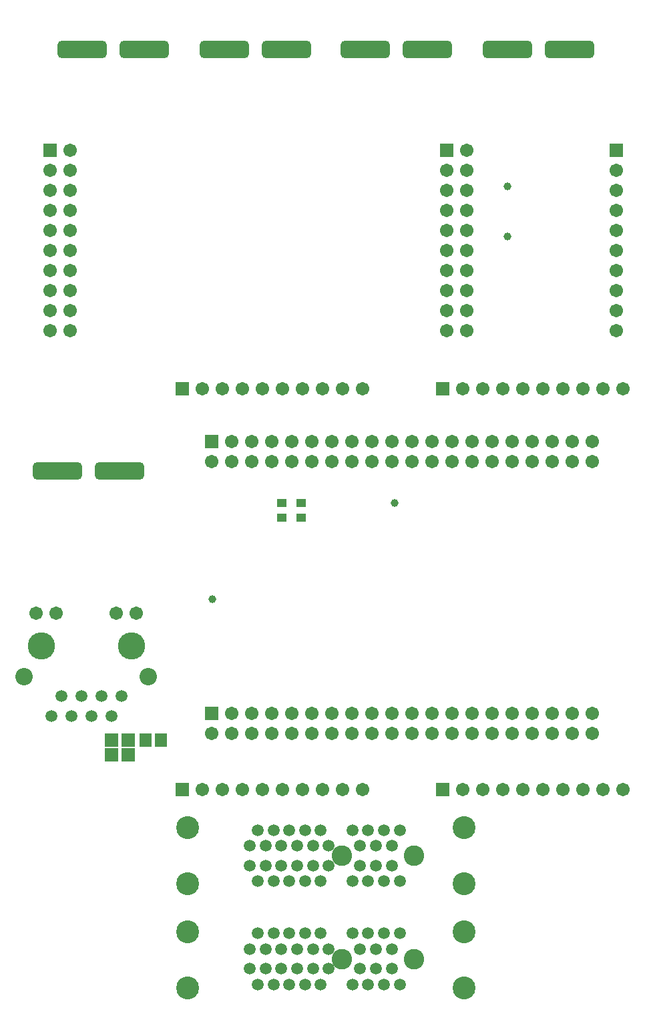
<source format=gts>
G04*
G04 #@! TF.GenerationSoftware,Altium Limited,Altium Designer,20.1.12 (249)*
G04*
G04 Layer_Color=8388736*
%FSLAX25Y25*%
%MOIN*%
G70*
G04*
G04 #@! TF.SameCoordinates,38A4389A-7558-4E28-873A-C6C5AD051B8D*
G04*
G04*
G04 #@! TF.FilePolarity,Negative*
G04*
G01*
G75*
%ADD14R,0.04540X0.04343*%
%ADD15R,0.06706X0.06509*%
%ADD16R,0.05997X0.06666*%
%ADD17C,0.06706*%
%ADD18R,0.06706X0.06706*%
G04:AMPARAMS|DCode=19|XSize=248mil|YSize=88mil|CornerRadius=24mil|HoleSize=0mil|Usage=FLASHONLY|Rotation=180.000|XOffset=0mil|YOffset=0mil|HoleType=Round|Shape=RoundedRectangle|*
%AMROUNDEDRECTD19*
21,1,0.24800,0.04000,0,0,180.0*
21,1,0.20000,0.08800,0,0,180.0*
1,1,0.04800,-0.10000,0.02000*
1,1,0.04800,0.10000,0.02000*
1,1,0.04800,0.10000,-0.02000*
1,1,0.04800,-0.10000,-0.02000*
%
%ADD19ROUNDEDRECTD19*%
%ADD20R,0.06706X0.06706*%
%ADD21C,0.10249*%
%ADD22C,0.05918*%
%ADD23C,0.11430*%
%ADD24C,0.08674*%
%ADD25C,0.13595*%
%ADD26C,0.03950*%
D14*
X145276Y253150D02*
D03*
Y245866D02*
D03*
X135433Y253150D02*
D03*
Y245866D02*
D03*
D15*
X50394Y127362D02*
D03*
Y134646D02*
D03*
X58661Y127362D02*
D03*
Y134646D02*
D03*
D16*
X74961D02*
D03*
X67323D02*
D03*
D17*
X280394Y138031D02*
D03*
X270394D02*
D03*
X260394D02*
D03*
X250394Y138031D02*
D03*
X240394Y138031D02*
D03*
X230394D02*
D03*
X220394Y138031D02*
D03*
X210394D02*
D03*
X200394Y138031D02*
D03*
X190394D02*
D03*
X180394D02*
D03*
X170394D02*
D03*
X160394Y138031D02*
D03*
X150394Y138031D02*
D03*
X140394D02*
D03*
X130394Y138031D02*
D03*
X120394Y138031D02*
D03*
X110394D02*
D03*
X100394D02*
D03*
X290394Y148031D02*
D03*
X280394D02*
D03*
X270394D02*
D03*
X260394D02*
D03*
X250394D02*
D03*
X240394D02*
D03*
X230394D02*
D03*
X220394D02*
D03*
X210394D02*
D03*
X200394D02*
D03*
X190394D02*
D03*
X180394D02*
D03*
X170394D02*
D03*
X160394D02*
D03*
X150394D02*
D03*
X140394D02*
D03*
X130394D02*
D03*
X120394D02*
D03*
X110394D02*
D03*
X290394Y138031D02*
D03*
X280394Y273858D02*
D03*
X270394D02*
D03*
X260394D02*
D03*
X250394D02*
D03*
X240394D02*
D03*
X230394D02*
D03*
X220394D02*
D03*
X210394D02*
D03*
X200394D02*
D03*
X190394D02*
D03*
X180394D02*
D03*
X170394D02*
D03*
X160394D02*
D03*
X150394D02*
D03*
X140394D02*
D03*
X130394D02*
D03*
X120394D02*
D03*
X110394D02*
D03*
X100394D02*
D03*
X290394Y283858D02*
D03*
X280394Y283858D02*
D03*
X270394D02*
D03*
X260394D02*
D03*
X250394D02*
D03*
X240394D02*
D03*
X230394Y283858D02*
D03*
X220394Y283858D02*
D03*
X210394D02*
D03*
X200394Y283858D02*
D03*
X190394Y283858D02*
D03*
X180394D02*
D03*
X170394D02*
D03*
X160394D02*
D03*
X150394Y283858D02*
D03*
X140394D02*
D03*
X130394Y283858D02*
D03*
X120394D02*
D03*
X110394D02*
D03*
X290394Y273858D02*
D03*
X227716Y339134D02*
D03*
Y349134D02*
D03*
Y359134D02*
D03*
Y369134D02*
D03*
Y379134D02*
D03*
Y389134D02*
D03*
Y399134D02*
D03*
Y409134D02*
D03*
Y419134D02*
D03*
Y429134D02*
D03*
X217717Y339134D02*
D03*
Y349134D02*
D03*
Y359134D02*
D03*
Y369134D02*
D03*
Y379134D02*
D03*
Y389134D02*
D03*
Y399134D02*
D03*
Y409134D02*
D03*
Y419134D02*
D03*
X29685Y339134D02*
D03*
Y349134D02*
D03*
Y359134D02*
D03*
Y369134D02*
D03*
Y379134D02*
D03*
Y389134D02*
D03*
Y399134D02*
D03*
Y409134D02*
D03*
Y419134D02*
D03*
Y429134D02*
D03*
X19685Y339134D02*
D03*
Y349134D02*
D03*
Y359134D02*
D03*
Y369134D02*
D03*
Y379134D02*
D03*
Y389134D02*
D03*
Y399134D02*
D03*
Y409134D02*
D03*
Y419134D02*
D03*
X302362Y339134D02*
D03*
Y349134D02*
D03*
Y359134D02*
D03*
Y369134D02*
D03*
Y379134D02*
D03*
Y389134D02*
D03*
Y399134D02*
D03*
Y409134D02*
D03*
Y419134D02*
D03*
X225827Y310236D02*
D03*
X235827Y310236D02*
D03*
X245827D02*
D03*
X255827D02*
D03*
X265827D02*
D03*
X275827Y310236D02*
D03*
X285827Y310236D02*
D03*
X295827D02*
D03*
X305827D02*
D03*
X62657Y198071D02*
D03*
X52815Y198071D02*
D03*
X12933Y198071D02*
D03*
X22776Y198071D02*
D03*
X175827Y110236D02*
D03*
X165827D02*
D03*
X155827D02*
D03*
X145827D02*
D03*
X135827D02*
D03*
X125827D02*
D03*
X115827D02*
D03*
X105827D02*
D03*
X95827D02*
D03*
X175827Y310236D02*
D03*
X165827Y310236D02*
D03*
X155827D02*
D03*
X145827D02*
D03*
X135827Y310236D02*
D03*
X125827Y310236D02*
D03*
X115827Y310236D02*
D03*
X105827D02*
D03*
X95827D02*
D03*
X305827Y110236D02*
D03*
X295827D02*
D03*
X285827D02*
D03*
X275827D02*
D03*
X265827D02*
D03*
X255827D02*
D03*
X245827D02*
D03*
X235827D02*
D03*
X225827D02*
D03*
D18*
X100394Y148031D02*
D03*
Y283858D02*
D03*
X215827Y310236D02*
D03*
X85827Y110236D02*
D03*
Y310236D02*
D03*
X215827Y110236D02*
D03*
D19*
X23331Y269291D02*
D03*
X54331D02*
D03*
X177165Y479528D02*
D03*
X208165D02*
D03*
X106795D02*
D03*
X137795D02*
D03*
X35929D02*
D03*
X66929D02*
D03*
X248031D02*
D03*
X279031D02*
D03*
D20*
X217717Y429134D02*
D03*
X19685D02*
D03*
X302362D02*
D03*
D21*
X201378Y25591D02*
D03*
X165354D02*
D03*
X201378Y77165D02*
D03*
X165354D02*
D03*
D22*
X154921Y38386D02*
D03*
X147047Y38386D02*
D03*
X139173D02*
D03*
X131299D02*
D03*
X123425D02*
D03*
X190354Y20669D02*
D03*
X182480Y20669D02*
D03*
X174606Y20669D02*
D03*
X194291Y12795D02*
D03*
X186417D02*
D03*
X178543D02*
D03*
X170669Y12795D02*
D03*
X190354Y30512D02*
D03*
X182480Y30512D02*
D03*
X174606Y30512D02*
D03*
X194291Y38386D02*
D03*
X186417D02*
D03*
X178543D02*
D03*
X170669Y38386D02*
D03*
X119488Y30512D02*
D03*
X127362D02*
D03*
X135236Y30512D02*
D03*
X143110Y30512D02*
D03*
X150984Y30512D02*
D03*
X158858Y30512D02*
D03*
X154921Y12795D02*
D03*
X147047Y12795D02*
D03*
X139173D02*
D03*
X131299D02*
D03*
X123425D02*
D03*
X119488Y20669D02*
D03*
X127362D02*
D03*
X135236Y20669D02*
D03*
X143110Y20669D02*
D03*
X150984Y20669D02*
D03*
X158858Y20669D02*
D03*
X50295Y146890D02*
D03*
X55295Y156890D02*
D03*
X40295Y146890D02*
D03*
X30295D02*
D03*
X25295Y156890D02*
D03*
X20295Y146890D02*
D03*
X45295Y156890D02*
D03*
X35295D02*
D03*
X154921Y89961D02*
D03*
X147047Y89961D02*
D03*
X139173D02*
D03*
X131299D02*
D03*
X123425D02*
D03*
X190354Y72244D02*
D03*
X182480Y72244D02*
D03*
X174606Y72244D02*
D03*
X194291Y64370D02*
D03*
X186417D02*
D03*
X178543D02*
D03*
X170669Y64370D02*
D03*
X190354Y82087D02*
D03*
X182480Y82087D02*
D03*
X174606Y82087D02*
D03*
X194291Y89961D02*
D03*
X186417D02*
D03*
X178543D02*
D03*
X170669Y89961D02*
D03*
X119488Y82087D02*
D03*
X127362D02*
D03*
X135236Y82087D02*
D03*
X143110Y82087D02*
D03*
X150984Y82087D02*
D03*
X158858Y82087D02*
D03*
X154921Y64370D02*
D03*
X147047Y64370D02*
D03*
X139173D02*
D03*
X131299D02*
D03*
X123425D02*
D03*
X119488Y72244D02*
D03*
X127362D02*
D03*
X135236Y72244D02*
D03*
X143110Y72244D02*
D03*
X150984Y72244D02*
D03*
X158858Y72244D02*
D03*
D23*
X88583Y39016D02*
D03*
Y11024D02*
D03*
X226378D02*
D03*
Y39016D02*
D03*
Y62992D02*
D03*
Y90984D02*
D03*
X88583D02*
D03*
Y62992D02*
D03*
D24*
X6791Y166575D02*
D03*
X68799D02*
D03*
D25*
X15295Y181890D02*
D03*
X60295D02*
D03*
D26*
X100787Y205118D02*
D03*
X191732Y253150D02*
D03*
X248031Y411024D02*
D03*
Y386221D02*
D03*
M02*

</source>
